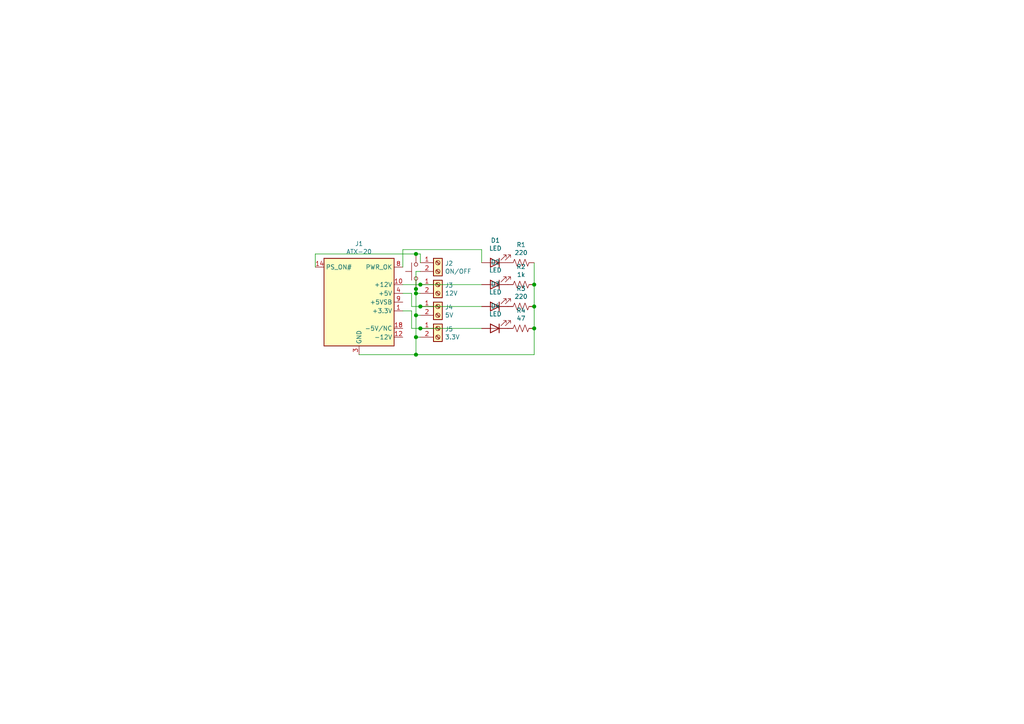
<source format=kicad_sch>
(kicad_sch (version 20210406) (generator eeschema)
  (paper "A4")
  (lib_symbols
    (symbol "Connector:ATX-20"
      (property "Reference" "J" (at -8.89 13.97 0))
      (property "Value" "ATX-20" (at 6.35 13.97 0))
      (symbol "ATX-20_0_1"
        (rectangle (start -10.16 12.7) (end 10.16 -12.7) (stroke (width 0.254)) (fill (type background)))
      )
      (symbol "ATX-20_1_1"
        (pin power_out line (at 12.7 -2.54 180) (length 2.54) (name "+3.3V") (number "1"))
        (pin power_out line (at 12.7 5.08 180) (length 2.54) (name "+12V") (number "10"))
        (pin passive line (at 12.7 -2.54 180) (length 2.54) hide (name "+3.3V") (number "11"))
        (pin power_out line (at 12.7 -10.16 180) (length 2.54) (name "-12V") (number "12"))
        (pin passive line (at 0 -15.24 90) (length 2.54) hide (name "GND") (number "13"))
        (pin open_collector line (at -12.7 10.16 0) (length 2.54) (name "PS_ON#") (number "14"))
        (pin passive line (at 0 -15.24 90) (length 2.54) hide (name "GND") (number "15"))
        (pin passive line (at 0 -15.24 90) (length 2.54) hide (name "GND") (number "16"))
        (pin passive line (at 0 -15.24 90) (length 2.54) hide (name "GND") (number "17"))
        (pin power_out line (at 12.7 -7.62 180) (length 2.54) (name "-5V/NC") (number "18"))
        (pin passive line (at 12.7 2.54 180) (length 2.54) hide (name "+5V") (number "19"))
        (pin passive line (at 12.7 -2.54 180) (length 2.54) hide (name "+3.3V") (number "2"))
        (pin passive line (at 12.7 2.54 180) (length 2.54) hide (name "+5V") (number "20"))
        (pin power_out line (at 0 -15.24 90) (length 2.54) (name "GND") (number "3"))
        (pin power_out line (at 12.7 2.54 180) (length 2.54) (name "+5V") (number "4"))
        (pin passive line (at 0 -15.24 90) (length 2.54) hide (name "GND") (number "5"))
        (pin passive line (at 12.7 2.54 180) (length 2.54) hide (name "+5V") (number "6"))
        (pin passive line (at 0 -15.24 90) (length 2.54) hide (name "GND") (number "7"))
        (pin output line (at 12.7 10.16 180) (length 2.54) (name "PWR_OK") (number "8"))
        (pin power_out line (at 12.7 0 180) (length 2.54) (name "+5VSB") (number "9"))
      )
    )
    (symbol "Connector:Screw_Terminal_01x02" (pin_names (offset 1.016) hide)
      (property "Reference" "J" (at 0 2.54 0))
      (property "Value" "Screw_Terminal_01x02" (at 0 -5.08 0))
      (symbol "Screw_Terminal_01x02_1_1"
        (circle (center 0 -2.54) (radius 0.635) (stroke (width 0.1524)))
        (circle (center 0 0) (radius 0.635) (stroke (width 0.1524)))
        (rectangle (start -1.27 1.27) (end 1.27 -3.81) (stroke (width 0.254)) (fill (type background)))
        (polyline (pts (xy -0.5334 -2.2098) (xy 0.3302 -3.048)) (stroke (width 0.1524)))
        (polyline (pts (xy -0.5334 0.3302) (xy 0.3302 -0.508)) (stroke (width 0.1524)))
        (polyline (pts (xy -0.3556 -2.032) (xy 0.508 -2.8702)) (stroke (width 0.1524)))
        (polyline (pts (xy -0.3556 0.508) (xy 0.508 -0.3302)) (stroke (width 0.1524)))
        (pin passive line (at -5.08 0 0) (length 3.81) (name "Pin_1") (number "1"))
        (pin passive line (at -5.08 -2.54 0) (length 3.81) (name "Pin_2") (number "2"))
      )
    )
    (symbol "Device:LED" (pin_numbers hide) (pin_names (offset 1.016) hide)
      (property "Reference" "D" (at 0 2.54 0))
      (property "Value" "LED" (at 0 -2.54 0))
      (symbol "LED_0_1"
        (polyline (pts (xy -1.27 -1.27) (xy -1.27 1.27)) (stroke (width 0.254)))
        (polyline (pts (xy -1.27 0) (xy 1.27 0)))
        (polyline (pts (xy 1.27 -1.27) (xy 1.27 1.27) (xy -1.27 0) (xy 1.27 -1.27)) (stroke (width 0.254)))
        (polyline (pts (xy -3.048 -0.762) (xy -4.572 -2.286) (xy -3.81 -2.286) (xy -4.572 -2.286) (xy -4.572 -1.524)))
        (polyline (pts (xy -1.778 -0.762) (xy -3.302 -2.286) (xy -2.54 -2.286) (xy -3.302 -2.286) (xy -3.302 -1.524)))
      )
      (symbol "LED_1_1"
        (pin passive line (at -3.81 0 0) (length 2.54) (name "K") (number "1"))
        (pin passive line (at 3.81 0 180) (length 2.54) (name "A") (number "2"))
      )
    )
    (symbol "Device:R_US" (pin_numbers hide) (pin_names (offset 0))
      (property "Reference" "R" (at 2.54 0 90))
      (property "Value" "R_US" (at -2.54 0 90))
      (symbol "R_US_0_1"
        (polyline (pts (xy 0 -2.286) (xy 0 -2.54)))
        (polyline (pts (xy 0 2.286) (xy 0 2.54)))
        (polyline (pts (xy 0 -0.762) (xy 1.016 -1.143) (xy 0 -1.524) (xy -1.016 -1.905) (xy 0 -2.286)))
        (polyline (pts (xy 0 0.762) (xy 1.016 0.381) (xy 0 0) (xy -1.016 -0.381) (xy 0 -0.762)))
        (polyline (pts (xy 0 2.286) (xy 1.016 1.905) (xy 0 1.524) (xy -1.016 1.143) (xy 0 0.762)))
      )
      (symbol "R_US_1_1"
        (pin passive line (at 0 3.81 270) (length 1.27) (name "~") (number "1"))
        (pin passive line (at 0 -3.81 90) (length 1.27) (name "~") (number "2"))
      )
    )
    (symbol "Switch:SW_Push" (pin_numbers hide) (pin_names (offset 1.016) hide)
      (property "Reference" "SW" (at 1.27 2.54 0))
      (property "Value" "SW_Push" (at 0 -1.524 0))
      (symbol "SW_Push_0_1"
        (circle (center -2.032 0) (radius 0.508))
        (circle (center 2.032 0) (radius 0.508))
        (polyline (pts (xy 0 1.27) (xy 0 3.048)))
        (polyline (pts (xy 2.54 1.27) (xy -2.54 1.27)))
        (pin passive line (at -5.08 0 0) (length 2.54) (name "1") (number "1"))
        (pin passive line (at 5.08 0 180) (length 2.54) (name "2") (number "2"))
      )
    )
  )
  (junction (at 120.65 73.66) (diameter 1.016))
  (junction (at 120.65 83.82) (diameter 1.016))
  (junction (at 120.65 85.09) (diameter 1.016))
  (junction (at 120.65 91.44) (diameter 1.016))
  (junction (at 120.65 97.79) (diameter 1.016))
  (junction (at 120.65 102.87) (diameter 1.016))
  (junction (at 121.92 82.55) (diameter 1.016))
  (junction (at 121.92 88.9) (diameter 1.016))
  (junction (at 121.92 95.25) (diameter 1.016))
  (junction (at 154.94 82.55) (diameter 1.016))
  (junction (at 154.94 88.9) (diameter 1.016))
  (junction (at 154.94 95.25) (diameter 1.016))
  (wire (pts (xy 91.44 73.66) (xy 91.44 77.47)))
  (wire (pts (xy 104.14 102.87) (xy 120.65 102.87)))
  (wire (pts (xy 116.84 72.39) (xy 139.7 72.39)))
  (wire (pts (xy 116.84 77.47) (xy 116.84 72.39)))
  (wire (pts (xy 116.84 82.55) (xy 121.92 82.55)))
  (wire (pts (xy 119.38 85.09) (xy 116.84 85.09)))
  (wire (pts (xy 119.38 85.09) (xy 119.38 88.9)))
  (wire (pts (xy 119.38 90.17) (xy 116.84 90.17)))
  (wire (pts (xy 119.38 90.17) (xy 119.38 95.25)))
  (wire (pts (xy 120.65 73.66) (xy 91.44 73.66)))
  (wire (pts (xy 120.65 78.74) (xy 121.92 78.74)))
  (wire (pts (xy 120.65 83.82) (xy 120.65 78.74)))
  (wire (pts (xy 120.65 85.09) (xy 120.65 83.82)))
  (wire (pts (xy 120.65 85.09) (xy 120.65 91.44)))
  (wire (pts (xy 120.65 91.44) (xy 120.65 97.79)))
  (wire (pts (xy 120.65 91.44) (xy 121.92 91.44)))
  (wire (pts (xy 120.65 97.79) (xy 121.92 97.79)))
  (wire (pts (xy 120.65 102.87) (xy 120.65 97.79)))
  (wire (pts (xy 121.92 73.66) (xy 120.65 73.66)))
  (wire (pts (xy 121.92 76.2) (xy 121.92 73.66)))
  (wire (pts (xy 121.92 82.55) (xy 139.7 82.55)))
  (wire (pts (xy 121.92 85.09) (xy 120.65 85.09)))
  (wire (pts (xy 121.92 88.9) (xy 119.38 88.9)))
  (wire (pts (xy 121.92 88.9) (xy 139.7 88.9)))
  (wire (pts (xy 121.92 95.25) (xy 119.38 95.25)))
  (wire (pts (xy 121.92 95.25) (xy 139.7 95.25)))
  (wire (pts (xy 139.7 72.39) (xy 139.7 76.2)))
  (wire (pts (xy 154.94 76.2) (xy 154.94 82.55)))
  (wire (pts (xy 154.94 88.9) (xy 154.94 82.55)))
  (wire (pts (xy 154.94 95.25) (xy 154.94 88.9)))
  (wire (pts (xy 154.94 95.25) (xy 154.94 102.87)))
  (wire (pts (xy 154.94 102.87) (xy 120.65 102.87)))
  (symbol (lib_id "Device:R_US") (at 151.13 76.2 270) (unit 1)
    (property "Reference" "R1" (at 151.13 70.993 90))
    (property "Value" "220" (at 151.13 73.3044 90))
    (property "Footprint" "Resistor_THT:R_Axial_DIN0207_L6.3mm_D2.5mm_P10.16mm_Horizontal" (effects hide))
  )
  (symbol (lib_id "Device:R_US") (at 151.13 82.55 270) (unit 1)
    (property "Reference" "R2" (at 151.13 77.343 90))
    (property "Value" "1k" (at 151.13 79.6544 90))
    (property "Footprint" "Resistor_THT:R_Axial_DIN0207_L6.3mm_D2.5mm_P10.16mm_Horizontal" (effects hide))
  )
  (symbol (lib_id "Device:R_US") (at 151.13 88.9 270) (unit 1)
    (property "Reference" "R3" (at 151.13 83.693 90))
    (property "Value" "220" (at 151.13 86.0044 90))
    (property "Footprint" "Resistor_THT:R_Axial_DIN0207_L6.3mm_D2.5mm_P10.16mm_Horizontal" (effects hide))
  )
  (symbol (lib_id "Device:R_US") (at 151.13 95.25 270) (unit 1)
    (property "Reference" "R4" (at 151.13 90.043 90))
    (property "Value" "47" (at 151.13 92.3544 90))
    (property "Footprint" "Resistor_THT:R_Axial_DIN0207_L6.3mm_D2.5mm_P10.16mm_Horizontal" (effects hide))
  )
  (symbol (lib_id "Device:LED") (at 143.51 76.2 180) (unit 1)
    (property "Reference" "D1" (at 143.6878 69.723 0))
    (property "Value" "LED" (at 143.6878 72.0344 0))
    (property "Footprint" "LED_THT:LED_D5.0mm" (effects hide))
  )
  (symbol (lib_id "Device:LED") (at 143.51 82.55 180) (unit 1)
    (property "Reference" "D2" (at 143.6878 76.073 0))
    (property "Value" "LED" (at 143.6878 78.3844 0))
    (property "Footprint" "LED_THT:LED_D5.0mm" (effects hide))
  )
  (symbol (lib_id "Device:LED") (at 143.51 88.9 180) (unit 1)
    (property "Reference" "D3" (at 143.6878 82.423 0))
    (property "Value" "LED" (at 143.6878 84.7344 0))
    (property "Footprint" "LED_THT:LED_D5.0mm" (effects hide))
  )
  (symbol (lib_id "Device:LED") (at 143.51 95.25 180) (unit 1)
    (property "Reference" "D4" (at 143.6878 88.773 0))
    (property "Value" "LED" (at 143.6878 91.0844 0))
    (property "Footprint" "LED_THT:LED_D5.0mm" (effects hide))
  )
  (symbol (lib_id "Connector:Screw_Terminal_01x02") (at 127 76.2 0) (unit 1)
    (property "Reference" "J2" (at 129.032 76.4032 0) (effects (justify left)))
    (property "Value" "ON/OFF" (at 129.032 78.7146 0) (effects (justify left)))
    (property "Footprint" "TerminalBlock:TerminalBlock_Altech_AK300-2_P5.00mm" (effects hide))
  )
  (symbol (lib_id "Connector:Screw_Terminal_01x02") (at 127 82.55 0) (unit 1)
    (property "Reference" "J3" (at 129.032 82.7532 0) (effects (justify left)))
    (property "Value" "12V" (at 129.032 85.0646 0) (effects (justify left)))
    (property "Footprint" "TerminalBlock:TerminalBlock_Altech_AK300-2_P5.00mm" (effects hide))
  )
  (symbol (lib_id "Connector:Screw_Terminal_01x02") (at 127 88.9 0) (unit 1)
    (property "Reference" "J4" (at 129.032 89.1032 0) (effects (justify left)))
    (property "Value" "5V" (at 129.032 91.4146 0) (effects (justify left)))
    (property "Footprint" "TerminalBlock:TerminalBlock_Altech_AK300-2_P5.00mm" (effects hide))
  )
  (symbol (lib_id "Connector:Screw_Terminal_01x02") (at 127 95.25 0) (unit 1)
    (property "Reference" "J5" (at 129.032 95.4532 0) (effects (justify left)))
    (property "Value" "3.3V" (at 129.032 97.7646 0) (effects (justify left)))
    (property "Footprint" "TerminalBlock:TerminalBlock_Altech_AK300-2_P5.00mm" (effects hide))
  )
  (symbol (lib_id "Switch:SW_Push") (at 120.65 78.74 90) (unit 1)
    (property "Reference" "SW1" (effects hide))
    (property "Value" "SW_Push" (effects hide))
    (property "Footprint" "Button_Switch_THT:SW_PUSH_6mm" (effects hide))
  )
  (symbol (lib_id "Connector:ATX-20") (at 104.14 87.63 0) (unit 1)
    (property "Reference" "J1" (at 104.14 70.6882 0))
    (property "Value" "ATX-20" (at 104.14 72.9996 0))
    (property "Footprint" "Connector_Molex:Molex_Mini-Fit_Jr_5566-20A2_2x10_P4.20mm_Vertical" (effects hide))
    (property "Datasheet" "https://web.aub.edu.lb/pub/docs/atx_201.pdf#page=20" (effects hide))
  )
)
</source>
